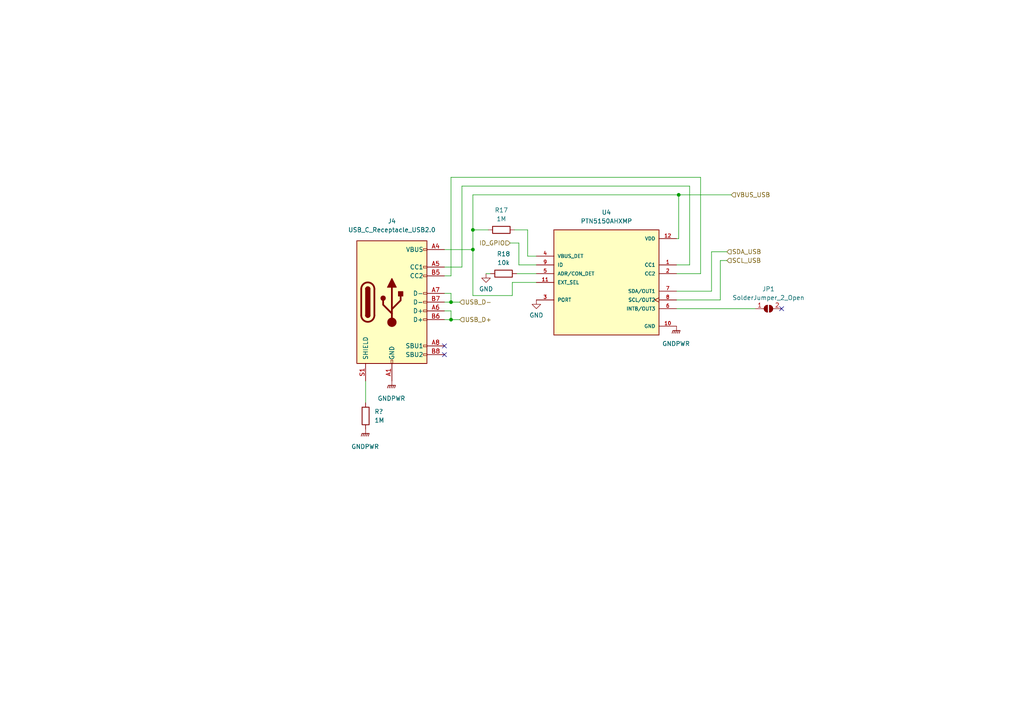
<source format=kicad_sch>
(kicad_sch (version 20211123) (generator eeschema)
  (paper "A4")
  (lib_symbols
    (symbol "Connector:USB_C_Receptacle_USB2.0" (pin_names (offset 1.016))
      (property "Reference" "J" (at -10.16 19.05 0))
      (property "Value" "USB_C_Receptacle_USB2.0" (at 19.05 19.05 0))
      (symbol "USB_C_Receptacle_USB2.0_0_0"
        (rectangle (start -0.254 -17.78) (end 0.254 -16.764))
        (rectangle (start 10.16 -14.986) (end 9.144 -15.494))
        (rectangle (start 10.16 -12.446) (end 9.144 -12.954))
        (rectangle (start 10.16 -4.826) (end 9.144 -5.334))
        (rectangle (start 10.16 -2.286) (end 9.144 -2.794))
        (rectangle (start 10.16 0.254) (end 9.144 -0.254))
        (rectangle (start 10.16 2.794) (end 9.144 2.286))
        (rectangle (start 10.16 7.874) (end 9.144 7.366))
        (rectangle (start 10.16 10.414) (end 9.144 9.906))
        (rectangle (start 10.16 15.494) (end 9.144 14.986))
      )
      (symbol "USB_C_Receptacle_USB2.0_0_1"
        (rectangle (start -10.16 17.78) (end 10.16 -17.78) (stroke (width 0.254)) (fill (type background)))
        (arc (start -8.89 -3.81) (mid -6.985 -5.715) (end -5.08 -3.81) (stroke (width 0.508)))
        (arc (start -7.62 -3.81) (mid -6.985 -4.445) (end -6.35 -3.81) (stroke (width 0.254)))
        (arc (start -7.62 -3.81) (mid -6.985 -4.445) (end -6.35 -3.81) (stroke (width 0.254)) (fill (type outline)))
        (rectangle (start -7.62 -3.81) (end -6.35 3.81) (stroke (width 0.254)) (fill (type outline)))
        (arc (start -6.35 3.81) (mid -6.985 4.445) (end -7.62 3.81) (stroke (width 0.254)))
        (arc (start -6.35 3.81) (mid -6.985 4.445) (end -7.62 3.81) (stroke (width 0.254)) (fill (type outline)))
        (arc (start -5.08 3.81) (mid -6.985 5.715) (end -8.89 3.81) (stroke (width 0.508)))
        (circle (center -2.54 1.143) (radius 0.635) (stroke (width 0.254)) (fill (type outline)))
        (circle (center 0 -5.842) (radius 1.27) (fill (type outline)))
        (polyline (pts (xy -8.89 -3.81) (xy -8.89 3.81)) (stroke (width 0.508)))
        (polyline (pts (xy -5.08 3.81) (xy -5.08 -3.81)) (stroke (width 0.508)))
        (polyline (pts (xy 0 -5.842) (xy 0 4.318)) (stroke (width 0.508)))
        (polyline (pts (xy 0 -3.302) (xy -2.54 -0.762) (xy -2.54 0.508)) (stroke (width 0.508)))
        (polyline (pts (xy 0 -2.032) (xy 2.54 0.508) (xy 2.54 1.778)) (stroke (width 0.508)))
        (polyline (pts (xy -1.27 4.318) (xy 0 6.858) (xy 1.27 4.318) (xy -1.27 4.318)) (stroke (width 0.254)) (fill (type outline)))
        (rectangle (start 1.905 1.778) (end 3.175 3.048) (stroke (width 0.254)) (fill (type outline)))
      )
      (symbol "USB_C_Receptacle_USB2.0_1_1"
        (pin passive line (at 0 -22.86 90) (length 5.08) (name "GND") (number "A1"))
        (pin passive line (at 0 -22.86 90) (length 5.08) hide (name "GND") (number "A12"))
        (pin passive line (at 15.24 15.24 180) (length 5.08) (name "VBUS") (number "A4"))
        (pin bidirectional line (at 15.24 10.16 180) (length 5.08) (name "CC1") (number "A5"))
        (pin bidirectional line (at 15.24 -2.54 180) (length 5.08) (name "D+") (number "A6"))
        (pin bidirectional line (at 15.24 2.54 180) (length 5.08) (name "D-") (number "A7"))
        (pin bidirectional line (at 15.24 -12.7 180) (length 5.08) (name "SBU1") (number "A8"))
        (pin passive line (at 15.24 15.24 180) (length 5.08) hide (name "VBUS") (number "A9"))
        (pin passive line (at 0 -22.86 90) (length 5.08) hide (name "GND") (number "B1"))
        (pin passive line (at 0 -22.86 90) (length 5.08) hide (name "GND") (number "B12"))
        (pin passive line (at 15.24 15.24 180) (length 5.08) hide (name "VBUS") (number "B4"))
        (pin bidirectional line (at 15.24 7.62 180) (length 5.08) (name "CC2") (number "B5"))
        (pin bidirectional line (at 15.24 -5.08 180) (length 5.08) (name "D+") (number "B6"))
        (pin bidirectional line (at 15.24 0 180) (length 5.08) (name "D-") (number "B7"))
        (pin bidirectional line (at 15.24 -15.24 180) (length 5.08) (name "SBU2") (number "B8"))
        (pin passive line (at 15.24 15.24 180) (length 5.08) hide (name "VBUS") (number "B9"))
        (pin passive line (at -7.62 -22.86 90) (length 5.08) (name "SHIELD") (number "S1"))
      )
    )
    (symbol "Device:R" (pin_numbers hide) (pin_names (offset 0))
      (property "Reference" "R" (at 2.032 0 90))
      (property "Value" "R" (at 0 0 90))
      (symbol "R_0_1"
        (rectangle (start -1.016 -2.54) (end 1.016 2.54) (stroke (width 0.254)))
      )
      (symbol "R_1_1"
        (pin passive line (at 0 3.81 270) (length 1.27) (name "~") (number "1"))
        (pin passive line (at 0 -3.81 90) (length 1.27) (name "~") (number "2"))
      )
    )
    (symbol "JLCPCB:PTN5150AHXMP" (pin_names (offset 1.016))
      (property "Reference" "U" (at -15.24 15.748 0))
      (property "Value" "PTN5150AHXMP" (at -15.24 -17.78 0))
      (symbol "PTN5150AHXMP_0_0"
        (rectangle (start -15.24 -15.24) (end 15.24 15.24) (stroke (width 0.254)) (fill (type background)))
        (pin bidirectional line (at 20.32 5.08 180) (length 5.08) (name "CC1") (number "1"))
        (pin power_in line (at 20.32 -12.7 180) (length 5.08) (name "GND") (number "10"))
        (pin output line (at -20.32 0 0) (length 5.08) (name "EXT_SEL") (number "11"))
        (pin power_in line (at 20.32 12.7 180) (length 5.08) (name "VDD") (number "12"))
        (pin bidirectional line (at 20.32 2.54 180) (length 5.08) (name "CC2") (number "2"))
        (pin input line (at -20.32 -5.08 0) (length 5.08) (name "PORT") (number "3"))
        (pin input line (at -20.32 7.62 0) (length 5.08) (name "VBUS_DET") (number "4"))
        (pin bidirectional line (at -20.32 2.54 0) (length 5.08) (name "ADR/CON_DET") (number "5"))
        (pin output line (at 20.32 -7.62 180) (length 5.08) (name "INTB/OUT3") (number "6"))
        (pin bidirectional line (at 20.32 -2.54 180) (length 5.08) (name "SDA/OUT1") (number "7"))
        (pin bidirectional clock (at 20.32 -5.08 180) (length 5.08) (name "SCL/OUT2") (number "8"))
        (pin output line (at -20.32 5.08 0) (length 5.08) (name "ID") (number "9"))
      )
    )
    (symbol "Jumper:SolderJumper_2_Open" (pin_names (offset 0) hide)
      (property "Reference" "JP" (at 0 2.032 0))
      (property "Value" "SolderJumper_2_Open" (at 0 -2.54 0))
      (symbol "SolderJumper_2_Open_0_1"
        (arc (start -0.254 1.016) (mid -1.27 0) (end -0.254 -1.016))
        (arc (start -0.254 1.016) (mid -1.27 0) (end -0.254 -1.016) (fill (type outline)))
        (polyline (pts (xy -0.254 1.016) (xy -0.254 -1.016)))
        (polyline (pts (xy 0.254 1.016) (xy 0.254 -1.016)))
        (arc (start 0.254 -1.016) (mid 1.27 0) (end 0.254 1.016))
        (arc (start 0.254 -1.016) (mid 1.27 0) (end 0.254 1.016) (fill (type outline)))
      )
      (symbol "SolderJumper_2_Open_1_1"
        (pin passive line (at -3.81 0 0) (length 2.54) (name "A") (number "1"))
        (pin passive line (at 3.81 0 180) (length 2.54) (name "B") (number "2"))
      )
    )
    (symbol "power:GND" (power) (pin_names (offset 0))
      (property "Value" "GND" (at 0 -3.81 0))
      (symbol "GND_0_1"
        (polyline (pts (xy 0 0) (xy 0 -1.27) (xy 1.27 -1.27) (xy 0 -2.54) (xy -1.27 -1.27) (xy 0 -1.27)))
      )
      (symbol "GND_1_1"
        (pin power_in line (at 0 0 270) (length 0) hide (name "GND") (number "1"))
      )
    )
    (symbol "power:GNDPWR" (power) (pin_names (offset 0))
      (property "Value" "GNDPWR" (at 0 -3.302 0))
      (symbol "GNDPWR_0_1"
        (polyline (pts (xy 0 -1.27) (xy 0 0)))
        (polyline (pts (xy -1.016 -1.27) (xy -1.27 -2.032) (xy -1.27 -2.032)) (stroke (width 0.2032)))
        (polyline (pts (xy -0.508 -1.27) (xy -0.762 -2.032) (xy -0.762 -2.032)) (stroke (width 0.2032)))
        (polyline (pts (xy 0 -1.27) (xy -0.254 -2.032) (xy -0.254 -2.032)) (stroke (width 0.2032)))
        (polyline (pts (xy 0.508 -1.27) (xy 0.254 -2.032) (xy 0.254 -2.032)) (stroke (width 0.2032)))
        (polyline (pts (xy 1.016 -1.27) (xy -1.016 -1.27) (xy -1.016 -1.27)) (stroke (width 0.2032)))
        (polyline (pts (xy 1.016 -1.27) (xy 0.762 -2.032) (xy 0.762 -2.032) (xy 0.762 -2.032)) (stroke (width 0.2032)))
      )
      (symbol "GNDPWR_1_1"
        (pin power_in line (at 0 0 270) (length 0) hide (name "GNDPWR") (number "1"))
      )
    )
  )
  (junction (at 137.16 66.675))
  (junction (at 130.81 87.63))
  (junction (at 137.16 72.39))
  (junction (at 196.85 56.515))
  (junction (at 130.81 92.71))
  (no_connect (at 226.695 89.535))
  (no_connect (at 128.905 100.33))
  (no_connect (at 128.905 102.87))
  (wire (pts (xy 208.915 86.995) (xy 208.915 75.565)))
  (wire (pts (xy 196.215 86.995) (xy 208.915 86.995)))
  (wire (pts (xy 130.81 90.17) (xy 130.81 92.71)))
  (wire (pts (xy 147.955 70.485) (xy 150.495 70.485)))
  (wire (pts (xy 128.905 72.39) (xy 137.16 72.39)))
  (wire (pts (xy 130.81 92.71) (xy 133.35 92.71)))
  (wire (pts (xy 196.85 56.515) (xy 196.85 69.215)))
  (wire (pts (xy 133.985 53.975) (xy 200.025 53.975)))
  (wire (pts (xy 137.16 56.515) (xy 196.85 56.515)))
  (wire (pts (xy 155.575 74.295) (xy 153.035 74.295)))
  (wire (pts (xy 149.86 79.375) (xy 155.575 79.375)))
  (wire (pts (xy 150.495 76.835) (xy 155.575 76.835)))
  (wire (pts (xy 203.2 79.375) (xy 196.215 79.375)))
  (wire (pts (xy 128.905 92.71) (xy 130.81 92.71)))
  (wire (pts (xy 150.495 70.485) (xy 150.495 76.835)))
  (wire (pts (xy 106.045 116.84) (xy 106.045 110.49)))
  (wire (pts (xy 128.905 90.17) (xy 130.81 90.17)))
  (wire (pts (xy 137.16 85.725) (xy 148.59 85.725)))
  (wire (pts (xy 153.035 66.675) (xy 149.225 66.675)))
  (wire (pts (xy 206.375 84.455) (xy 206.375 73.025)))
  (wire (pts (xy 128.905 85.09) (xy 130.81 85.09)))
  (wire (pts (xy 137.16 72.39) (xy 137.16 85.725)))
  (wire (pts (xy 128.905 77.47) (xy 133.985 77.47)))
  (wire (pts (xy 130.81 87.63) (xy 133.35 87.63)))
  (wire (pts (xy 196.85 56.515) (xy 212.09 56.515)))
  (wire (pts (xy 153.035 74.295) (xy 153.035 66.675)))
  (wire (pts (xy 200.025 53.975) (xy 200.025 76.835)))
  (wire (pts (xy 137.16 72.39) (xy 137.16 66.675)))
  (wire (pts (xy 148.59 85.725) (xy 148.59 81.915)))
  (wire (pts (xy 203.2 51.435) (xy 203.2 79.375)))
  (wire (pts (xy 196.215 84.455) (xy 206.375 84.455)))
  (wire (pts (xy 130.81 51.435) (xy 203.2 51.435)))
  (wire (pts (xy 219.075 89.535) (xy 196.215 89.535)))
  (wire (pts (xy 200.025 76.835) (xy 196.215 76.835)))
  (wire (pts (xy 137.16 66.675) (xy 137.16 56.515)))
  (wire (pts (xy 130.81 80.01) (xy 130.81 51.435)))
  (wire (pts (xy 130.81 85.09) (xy 130.81 87.63)))
  (wire (pts (xy 206.375 73.025) (xy 210.82 73.025)))
  (wire (pts (xy 133.985 77.47) (xy 133.985 53.975)))
  (wire (pts (xy 208.915 75.565) (xy 210.82 75.565)))
  (wire (pts (xy 128.905 87.63) (xy 130.81 87.63)))
  (wire (pts (xy 137.16 66.675) (xy 141.605 66.675)))
  (wire (pts (xy 148.59 81.915) (xy 155.575 81.915)))
  (wire (pts (xy 140.97 79.375) (xy 142.24 79.375)))
  (wire (pts (xy 128.905 80.01) (xy 130.81 80.01)))
  (wire (pts (xy 196.85 69.215) (xy 196.215 69.215)))
  (hierarchical_label "USB_D-" (shape input) (at 133.35 87.63 0))
  (hierarchical_label "SCL_USB" (shape input) (at 210.82 75.565 0))
  (hierarchical_label "VBUS_USB" (shape input) (at 212.09 56.515 0))
  (hierarchical_label "SDA_USB" (shape input) (at 210.82 73.025 0))
  (hierarchical_label "USB_D+" (shape input) (at 133.35 92.71 0))
  (hierarchical_label "ID_GPIO" (shape input) (at 147.955 70.485 180))
  (symbol (lib_id "JLCPCB:PTN5150AHXMP") (at 175.895 81.915 0) (unit 1)
    (property "Reference" "U4" (at 175.895 61.595 0))
    (property "Value" "PTN5150AHXMP" (at 175.895 64.135 0))
    (property "Footprint" "JLCPCB:IC_PTN5150AHXMP" (effects hide))
    (property "MANUFACTURER" "NXP USA Inc." (effects hide))
    (property "PARTREV" "v.1.2" (effects hide))
    (property "MAXIMUM_PACKAGE_HEIGHT" "0.4 mm" (effects hide))
    (property "STANDARD" "Manufacturer recommendations" (effects hide))
  )
  (symbol (lib_id "Device:R") (at 146.05 79.375 90) (unit 1)
    (property "Reference" "R18" (at 146.05 73.66 90))
    (property "Value" "10k" (at 146.05 76.2 90))
    (property "Footprint" "Resistor_SMD:R_0402_1005Metric" (effects hide))
  )
  (symbol (lib_id "Device:R") (at 106.045 120.65 180) (unit 1)
    (property "Reference" "R?" (at 108.585 119.3799 0) (effects (justify right)))
    (property "Value" "1M" (at 108.585 121.9199 0) (effects (justify right)))
    (property "Footprint" "Resistor_SMD:R_0402_1005Metric" (effects hide))
  )
  (symbol (lib_id "power:GNDPWR") (at 113.665 110.49 0) (unit 1)
    (property "Reference" "#PWR034" (effects hide))
    (property "Value" "GNDPWR" (at 113.538 115.57 0))
  )
  (symbol (lib_id "power:GNDPWR") (at 106.045 124.46 0) (unit 1)
    (property "Reference" "#PWR033" (effects hide))
    (property "Value" "GNDPWR" (at 105.918 129.54 0))
  )
  (symbol (lib_id "power:GND") (at 140.97 79.375 0) (unit 1)
    (property "Reference" "#PWR035" (effects hide))
    (property "Value" "GND" (at 140.97 83.82 0))
  )
  (symbol (lib_id "Connector:USB_C_Receptacle_USB2.0") (at 113.665 87.63 0) (unit 1)
    (property "Reference" "J4" (at 113.665 64.135 0))
    (property "Value" "USB_C_Receptacle_USB2.0" (at 113.665 66.675 0))
    (property "Footprint" "JLCPCB:SOFNG_MC-311D" (effects hide))
    (property "Datasheet" "https://www.usb.org/sites/default/files/documents/usb_type-c.zip" (effects hide))
  )
  (symbol (lib_id "Jumper:SolderJumper_2_Open") (at 222.885 89.535 0) (unit 1)
    (property "Reference" "JP1" (at 222.885 83.82 0))
    (property "Value" "SolderJumper_2_Open" (at 222.885 86.36 0))
    (property "Footprint" "Jumper:SolderJumper-2_P1.3mm_Open_Pad1.0x1.5mm" (effects hide))
  )
  (symbol (lib_id "power:GNDPWR") (at 196.215 94.615 0) (unit 1)
    (property "Reference" "#PWR037" (effects hide))
    (property "Value" "GNDPWR" (at 196.088 99.695 0))
  )
  (symbol (lib_id "Device:R") (at 145.415 66.675 90) (unit 1)
    (property "Reference" "R17" (at 145.415 60.96 90))
    (property "Value" "1M" (at 145.415 63.5 90))
    (property "Footprint" "Resistor_SMD:R_0402_1005Metric" (effects hide))
  )
  (symbol (lib_id "power:GND") (at 155.575 86.995 0) (unit 1)
    (property "Reference" "#PWR036" (effects hide))
    (property "Value" "GND" (at 155.575 91.44 0))
  )
)
</source>
